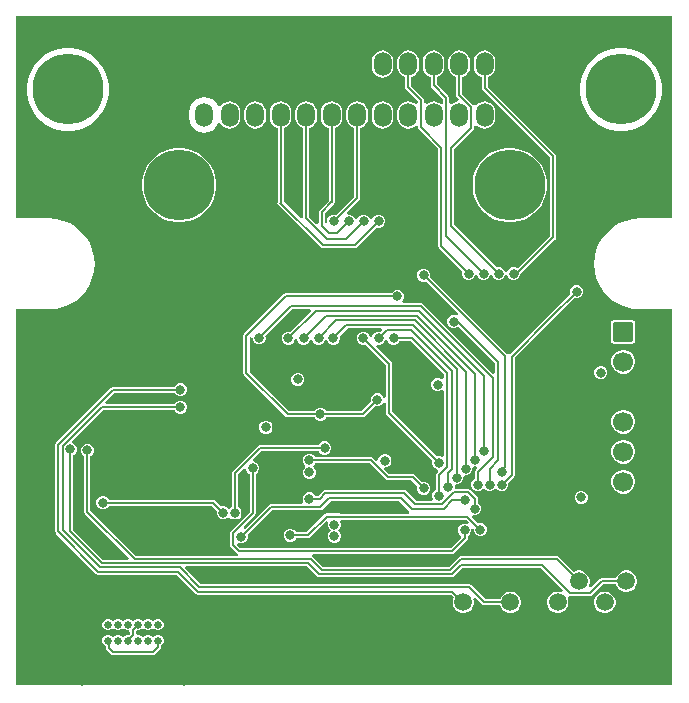
<source format=gbl>
G04*
G04 #@! TF.GenerationSoftware,Altium Limited,Altium Designer,25.8.1 (18)*
G04*
G04 Layer_Physical_Order=4*
G04 Layer_Color=16711680*
%FSLAX44Y44*%
%MOMM*%
G71*
G04*
G04 #@! TF.SameCoordinates,23F0502B-7B20-4CC9-97BB-DA64BA6573D7*
G04*
G04*
G04 #@! TF.FilePolarity,Positive*
G04*
G01*
G75*
%ADD11C,0.2000*%
%ADD53C,0.6500*%
%ADD54C,1.5000*%
G04:AMPARAMS|DCode=55|XSize=0.9mm|YSize=2.4mm|CornerRadius=0.45mm|HoleSize=0mm|Usage=FLASHONLY|Rotation=0.000|XOffset=0mm|YOffset=0mm|HoleType=Round|Shape=RoundedRectangle|*
%AMROUNDEDRECTD55*
21,1,0.9000,1.5000,0,0,0.0*
21,1,0.0000,2.4000,0,0,0.0*
1,1,0.9000,0.0000,-0.7500*
1,1,0.9000,0.0000,-0.7500*
1,1,0.9000,0.0000,0.7500*
1,1,0.9000,0.0000,0.7500*
%
%ADD55ROUNDEDRECTD55*%
G04:AMPARAMS|DCode=56|XSize=0.9mm|YSize=1.7mm|CornerRadius=0.45mm|HoleSize=0mm|Usage=FLASHONLY|Rotation=0.000|XOffset=0mm|YOffset=0mm|HoleType=Round|Shape=RoundedRectangle|*
%AMROUNDEDRECTD56*
21,1,0.9000,0.8000,0,0,0.0*
21,1,0.0000,1.7000,0,0,0.0*
1,1,0.9000,0.0000,-0.4000*
1,1,0.9000,0.0000,-0.4000*
1,1,0.9000,0.0000,0.4000*
1,1,0.9000,0.0000,0.4000*
%
%ADD56ROUNDEDRECTD56*%
%ADD57O,1.5000X2.0000*%
%ADD58C,6.0000*%
G04:AMPARAMS|DCode=59|XSize=1.7mm|YSize=1.7mm|CornerRadius=0.05mm|HoleSize=0mm|Usage=FLASHONLY|Rotation=270.000|XOffset=0mm|YOffset=0mm|HoleType=Round|Shape=RoundedRectangle|*
%AMROUNDEDRECTD59*
21,1,1.7000,1.6000,0,0,270.0*
21,1,1.6000,1.7000,0,0,270.0*
1,1,0.1000,-0.8000,-0.8000*
1,1,0.1000,-0.8000,0.8000*
1,1,0.1000,0.8000,0.8000*
1,1,0.1000,0.8000,-0.8000*
%
%ADD59ROUNDEDRECTD59*%
%ADD60C,1.7000*%
%ADD61C,0.8000*%
G36*
X560747Y400153D02*
X533050D01*
Y400169D01*
X527024Y399695D01*
X521147Y398284D01*
X515563Y395970D01*
X510409Y392812D01*
X505813Y388887D01*
X501888Y384291D01*
X498730Y379137D01*
X496417Y373553D01*
X495005Y367676D01*
X494531Y361650D01*
X495005Y355624D01*
X496417Y349747D01*
X498730Y344163D01*
X501888Y339009D01*
X505813Y334413D01*
X510409Y330488D01*
X515563Y327330D01*
X521147Y325017D01*
X527024Y323605D01*
X533050Y323131D01*
Y323147D01*
X560747D01*
Y5353D01*
X5353D01*
Y323147D01*
X33050D01*
Y323131D01*
X39076Y323605D01*
X44953Y325017D01*
X50537Y327330D01*
X55691Y330488D01*
X60287Y334413D01*
X64212Y339009D01*
X67370Y344163D01*
X69683Y349747D01*
X71094Y355624D01*
X71569Y361650D01*
X71094Y367676D01*
X69683Y373553D01*
X67370Y379137D01*
X64212Y384291D01*
X60287Y388887D01*
X55691Y392812D01*
X50537Y395970D01*
X44953Y398284D01*
X39076Y399695D01*
X33050Y400169D01*
Y400153D01*
X5353D01*
Y571247D01*
X560747D01*
Y400153D01*
D02*
G37*
%LPC*%
G36*
X315444Y542310D02*
X313090Y542000D01*
X310895Y541091D01*
X309011Y539645D01*
X307565Y537761D01*
X306656Y535567D01*
X306346Y533212D01*
Y528212D01*
X306656Y525858D01*
X307565Y523663D01*
X309011Y521779D01*
X310895Y520333D01*
X313090Y519424D01*
X315444Y519114D01*
X317799Y519424D01*
X319993Y520333D01*
X321878Y521779D01*
X323323Y523663D01*
X324232Y525858D01*
X324542Y528212D01*
Y533212D01*
X324232Y535567D01*
X323323Y537761D01*
X321878Y539645D01*
X319993Y541091D01*
X317799Y542000D01*
X315444Y542310D01*
D02*
G37*
G36*
X401804D02*
X399450Y542000D01*
X397255Y541091D01*
X395371Y539645D01*
X393925Y537761D01*
X393017Y535567D01*
X392706Y533212D01*
Y528212D01*
X393017Y525858D01*
X393925Y523663D01*
X395371Y521779D01*
X397255Y520333D01*
X399235Y519513D01*
Y510696D01*
X399431Y509712D01*
X399987Y508879D01*
X457181Y451686D01*
Y385170D01*
X429790Y357780D01*
X429553Y358018D01*
X427524Y358858D01*
X425328D01*
X423299Y358018D01*
X421746Y356465D01*
X421094Y354889D01*
X419058D01*
X418406Y356465D01*
X416853Y358018D01*
X414824Y358858D01*
X412628D01*
X412071Y358627D01*
X376069Y394628D01*
Y458686D01*
X392347Y474963D01*
X392904Y475797D01*
X393099Y476780D01*
X393099Y476780D01*
Y478528D01*
X395099Y479207D01*
X395371Y478853D01*
X397255Y477407D01*
X399450Y476498D01*
X401804Y476188D01*
X404159Y476498D01*
X406353Y477407D01*
X408237Y478853D01*
X409683Y480737D01*
X410592Y482932D01*
X410902Y485286D01*
Y490286D01*
X410592Y492641D01*
X409683Y494835D01*
X408237Y496719D01*
X406353Y498165D01*
X404159Y499074D01*
X401804Y499384D01*
X399450Y499074D01*
X397255Y498165D01*
X395371Y496719D01*
X394670Y495806D01*
X394627Y495789D01*
X392347Y495958D01*
X382784Y505521D01*
Y519513D01*
X384763Y520333D01*
X386647Y521779D01*
X388093Y523663D01*
X389002Y525858D01*
X389312Y528212D01*
Y533212D01*
X389002Y535567D01*
X388093Y537761D01*
X386647Y539645D01*
X384763Y541091D01*
X382569Y542000D01*
X380214Y542310D01*
X377860Y542000D01*
X375665Y541091D01*
X373781Y539645D01*
X372335Y537761D01*
X371427Y535567D01*
X371116Y533212D01*
Y528212D01*
X371427Y525858D01*
X372335Y523663D01*
X373781Y521779D01*
X375665Y520333D01*
X377645Y519513D01*
Y504457D01*
X377840Y503473D01*
X378397Y502640D01*
X379703Y501334D01*
X378987Y499222D01*
X377860Y499074D01*
X375665Y498165D01*
X373919Y496825D01*
X373311Y496936D01*
X371919Y497578D01*
Y501900D01*
X371724Y502883D01*
X371167Y503717D01*
X361194Y513690D01*
Y519513D01*
X363173Y520333D01*
X365057Y521779D01*
X366503Y523663D01*
X367412Y525858D01*
X367722Y528212D01*
Y533212D01*
X367412Y535567D01*
X366503Y537761D01*
X365057Y539645D01*
X363173Y541091D01*
X360979Y542000D01*
X358624Y542310D01*
X356270Y542000D01*
X354075Y541091D01*
X352191Y539645D01*
X350745Y537761D01*
X349837Y535567D01*
X349526Y533212D01*
Y528212D01*
X349837Y525858D01*
X350745Y523663D01*
X352191Y521779D01*
X354075Y520333D01*
X356055Y519513D01*
Y512626D01*
X356250Y511642D01*
X356808Y510809D01*
X366781Y500836D01*
Y497759D01*
X365852Y497199D01*
X364781Y496932D01*
X363173Y498165D01*
X360979Y499074D01*
X358624Y499384D01*
X356270Y499074D01*
X354075Y498165D01*
X352592Y497027D01*
X351215Y497453D01*
X350592Y497921D01*
Y500477D01*
X350397Y501460D01*
X349840Y502294D01*
X339604Y512530D01*
Y519513D01*
X341583Y520333D01*
X343467Y521779D01*
X344913Y523663D01*
X345822Y525858D01*
X346132Y528212D01*
Y533212D01*
X345822Y535567D01*
X344913Y537761D01*
X343467Y539645D01*
X341583Y541091D01*
X339389Y542000D01*
X337034Y542310D01*
X334680Y542000D01*
X332485Y541091D01*
X330601Y539645D01*
X329155Y537761D01*
X328246Y535567D01*
X327937Y533212D01*
Y528212D01*
X328246Y525858D01*
X329155Y523663D01*
X330601Y521779D01*
X332485Y520333D01*
X334465Y519513D01*
Y511466D01*
X334660Y510482D01*
X335218Y509649D01*
X345454Y499413D01*
Y497416D01*
X343467Y496719D01*
X341583Y498165D01*
X339389Y499074D01*
X337034Y499384D01*
X334680Y499074D01*
X332485Y498165D01*
X330601Y496719D01*
X329155Y494835D01*
X328246Y492641D01*
X327937Y490286D01*
Y485286D01*
X328246Y482932D01*
X329155Y480737D01*
X330601Y478853D01*
X332485Y477407D01*
X334680Y476498D01*
X337034Y476188D01*
X339389Y476498D01*
X341583Y477407D01*
X343467Y478853D01*
X345454Y478156D01*
Y477227D01*
X345649Y476244D01*
X346206Y475410D01*
X362562Y459054D01*
Y376978D01*
X362488Y376607D01*
X362684Y375623D01*
X362727Y375559D01*
X362757Y375405D01*
X363315Y374571D01*
X363751Y374280D01*
X383037Y354993D01*
X382806Y354436D01*
Y352240D01*
X383646Y350211D01*
X385199Y348658D01*
X387228Y347818D01*
X389424D01*
X391453Y348658D01*
X393006Y350211D01*
X393658Y351787D01*
X395694Y351787D01*
X396346Y350211D01*
X397899Y348658D01*
X399928Y347818D01*
X402124D01*
X404153Y348658D01*
X405706Y350211D01*
X406358Y351787D01*
X408394Y351787D01*
X409046Y350211D01*
X410599Y348658D01*
X412628Y347818D01*
X414824D01*
X416853Y348658D01*
X418406Y350211D01*
X419058Y351787D01*
X421094D01*
X421746Y350211D01*
X423299Y348658D01*
X425328Y347818D01*
X427524D01*
X429553Y348658D01*
X431106Y350211D01*
X431946Y352240D01*
Y352669D01*
X431947Y352669D01*
X461344Y382066D01*
X461567Y382215D01*
X462124Y383049D01*
X462319Y384032D01*
Y452750D01*
X462124Y453733D01*
X461567Y454567D01*
X404374Y511760D01*
Y519513D01*
X406353Y520333D01*
X408237Y521779D01*
X409683Y523663D01*
X410592Y525858D01*
X410902Y528212D01*
Y533212D01*
X410592Y535567D01*
X409683Y537761D01*
X408237Y539645D01*
X406353Y541091D01*
X404159Y542000D01*
X401804Y542310D01*
D02*
G37*
G36*
X315444Y499384D02*
X313090Y499074D01*
X310895Y498165D01*
X309011Y496719D01*
X307565Y494835D01*
X306656Y492641D01*
X306346Y490286D01*
Y485286D01*
X306656Y482932D01*
X307565Y480737D01*
X309011Y478853D01*
X310895Y477407D01*
X313090Y476498D01*
X315444Y476188D01*
X317799Y476498D01*
X319993Y477407D01*
X321878Y478853D01*
X323323Y480737D01*
X324232Y482932D01*
X324542Y485286D01*
Y490286D01*
X324232Y492641D01*
X323323Y494835D01*
X321878Y496719D01*
X319993Y498165D01*
X317799Y499074D01*
X315444Y499384D01*
D02*
G37*
G36*
X207494D02*
X205140Y499074D01*
X202945Y498165D01*
X201061Y496719D01*
X199615Y494835D01*
X198706Y492641D01*
X198396Y490286D01*
Y485286D01*
X198706Y482932D01*
X199615Y480737D01*
X201061Y478853D01*
X202945Y477407D01*
X205140Y476498D01*
X207494Y476188D01*
X209849Y476498D01*
X212043Y477407D01*
X213927Y478853D01*
X215373Y480737D01*
X216282Y482932D01*
X216592Y485286D01*
Y490286D01*
X216282Y492641D01*
X215373Y494835D01*
X213927Y496719D01*
X212043Y498165D01*
X209849Y499074D01*
X207494Y499384D01*
D02*
G37*
G36*
X164314Y502894D02*
X161051Y502464D01*
X158010Y501205D01*
X155399Y499201D01*
X153396Y496590D01*
X152136Y493549D01*
X151706Y490286D01*
Y485286D01*
X152136Y482023D01*
X153396Y478982D01*
X155399Y476371D01*
X158010Y474367D01*
X161051Y473108D01*
X164314Y472678D01*
X167577Y473108D01*
X170618Y474367D01*
X173229Y476371D01*
X175233Y478982D01*
X175910Y480617D01*
X177667Y480717D01*
X178090Y480653D01*
X179471Y478853D01*
X181355Y477407D01*
X183550Y476498D01*
X185904Y476188D01*
X188259Y476498D01*
X190453Y477407D01*
X192337Y478853D01*
X193783Y480737D01*
X194692Y482932D01*
X195002Y485286D01*
Y490286D01*
X194692Y492641D01*
X193783Y494835D01*
X192337Y496719D01*
X190453Y498165D01*
X188259Y499074D01*
X185904Y499384D01*
X183550Y499074D01*
X181355Y498165D01*
X179471Y496719D01*
X178090Y494919D01*
X177667Y494855D01*
X175910Y494955D01*
X175233Y496590D01*
X173229Y499201D01*
X170618Y501205D01*
X167577Y502464D01*
X164314Y502894D01*
D02*
G37*
G36*
X519875Y544249D02*
X514366D01*
X508924Y543387D01*
X503685Y541685D01*
X498776Y539184D01*
X494319Y535946D01*
X490424Y532050D01*
X487186Y527593D01*
X484685Y522685D01*
X482982Y517445D01*
X482120Y512004D01*
Y506495D01*
X482982Y501053D01*
X484685Y495814D01*
X487186Y490905D01*
X490424Y486448D01*
X494319Y482553D01*
X498776Y479314D01*
X503685Y476813D01*
X508924Y475111D01*
X514366Y474249D01*
X519875D01*
X525316Y475111D01*
X530556Y476813D01*
X535464Y479314D01*
X539921Y482553D01*
X543817Y486448D01*
X547055Y490905D01*
X549556Y495814D01*
X551259Y501053D01*
X552120Y506495D01*
Y512004D01*
X551259Y517445D01*
X549556Y522685D01*
X547055Y527593D01*
X543817Y532050D01*
X539921Y535946D01*
X535464Y539184D01*
X530556Y541685D01*
X525316Y543387D01*
X519875Y544249D01*
D02*
G37*
G36*
X51753D02*
X46244D01*
X40802Y543387D01*
X35563Y541685D01*
X30654Y539184D01*
X26197Y535946D01*
X22302Y532050D01*
X19064Y527593D01*
X16563Y522685D01*
X14860Y517445D01*
X13998Y512004D01*
Y506495D01*
X14860Y501053D01*
X16563Y495814D01*
X19064Y490905D01*
X22302Y486448D01*
X26197Y482553D01*
X30654Y479314D01*
X35563Y476813D01*
X40802Y475111D01*
X46244Y474249D01*
X51753D01*
X57194Y475111D01*
X62434Y476813D01*
X67342Y479314D01*
X71799Y482553D01*
X75695Y486448D01*
X78933Y490905D01*
X81434Y495814D01*
X83137Y501053D01*
X83998Y506495D01*
Y512004D01*
X83137Y517445D01*
X81434Y522685D01*
X78933Y527593D01*
X75695Y532050D01*
X71799Y535946D01*
X67342Y539184D01*
X62434Y541685D01*
X57194Y543387D01*
X51753Y544249D01*
D02*
G37*
G36*
X293854Y499384D02*
X291500Y499074D01*
X289305Y498165D01*
X287421Y496719D01*
X285975Y494835D01*
X285067Y492641D01*
X284757Y490286D01*
Y485286D01*
X285067Y482932D01*
X285975Y480737D01*
X287421Y478853D01*
X289305Y477407D01*
X291216Y476616D01*
Y418611D01*
X275681Y403077D01*
X275124Y403308D01*
X272928D01*
X270899Y402468D01*
X269346Y400915D01*
X268506Y398886D01*
Y396752D01*
X268277Y396516D01*
X266858Y395443D01*
X266475Y395695D01*
Y404467D01*
X273789Y411781D01*
X274012Y411930D01*
X274569Y412763D01*
X274764Y413747D01*
Y476559D01*
X276813Y477407D01*
X278697Y478853D01*
X280143Y480737D01*
X281052Y482932D01*
X281362Y485286D01*
Y490286D01*
X281052Y492641D01*
X280143Y494835D01*
X278697Y496719D01*
X276813Y498165D01*
X274619Y499074D01*
X272264Y499384D01*
X269910Y499074D01*
X267715Y498165D01*
X265831Y496719D01*
X264385Y494835D01*
X263477Y492641D01*
X263167Y490286D01*
Y485286D01*
X263477Y482932D01*
X264385Y480737D01*
X265831Y478853D01*
X267715Y477407D01*
X269626Y476616D01*
Y414885D01*
X262089Y407349D01*
X261532Y406515D01*
X261337Y405532D01*
Y395979D01*
X259337Y395151D01*
X253174Y401313D01*
Y476559D01*
X255223Y477407D01*
X257108Y478853D01*
X258553Y480737D01*
X259462Y482932D01*
X259772Y485286D01*
Y490286D01*
X259462Y492641D01*
X258553Y494835D01*
X257108Y496719D01*
X255223Y498165D01*
X253029Y499074D01*
X250674Y499384D01*
X248320Y499074D01*
X246125Y498165D01*
X244241Y496719D01*
X242795Y494835D01*
X241887Y492641D01*
X241576Y490286D01*
Y485286D01*
X241887Y482932D01*
X242795Y480737D01*
X244241Y478853D01*
X246125Y477407D01*
X248036Y476616D01*
Y400834D01*
X247712Y400553D01*
X246770Y400139D01*
X246018Y400023D01*
X231584Y414457D01*
Y476559D01*
X233633Y477407D01*
X235518Y478853D01*
X236963Y480737D01*
X237872Y482932D01*
X238182Y485286D01*
Y490286D01*
X237872Y492641D01*
X236963Y494835D01*
X235518Y496719D01*
X233633Y498165D01*
X231439Y499074D01*
X229084Y499384D01*
X226730Y499074D01*
X224535Y498165D01*
X222651Y496719D01*
X221205Y494835D01*
X220296Y492641D01*
X219986Y490286D01*
Y485286D01*
X220296Y482932D01*
X221205Y480737D01*
X222651Y478853D01*
X224535Y477407D01*
X226446Y476616D01*
Y413839D01*
X226372Y413467D01*
X226567Y412484D01*
X227124Y411650D01*
X263285Y375490D01*
X264118Y374933D01*
X265102Y374737D01*
X291644D01*
X292628Y374933D01*
X293461Y375490D01*
X310471Y392499D01*
X311028Y392268D01*
X313224D01*
X315253Y393108D01*
X316806Y394661D01*
X317646Y396690D01*
Y398886D01*
X316806Y400915D01*
X315253Y402468D01*
X313224Y403308D01*
X311028D01*
X308999Y402468D01*
X307446Y400915D01*
X306794Y399339D01*
X304758D01*
X304106Y400915D01*
X302553Y402468D01*
X300524Y403308D01*
X298328D01*
X296299Y402468D01*
X294746Y400915D01*
X294094Y399339D01*
X292058D01*
X291406Y400915D01*
X289853Y402468D01*
X287824Y403308D01*
X286008D01*
X285281Y404377D01*
X285028Y405156D01*
X295379Y415507D01*
X295602Y415656D01*
X296159Y416490D01*
X296354Y417473D01*
Y476559D01*
X298403Y477407D01*
X300287Y478853D01*
X301733Y480737D01*
X302642Y482932D01*
X302952Y485286D01*
Y490286D01*
X302642Y492641D01*
X301733Y494835D01*
X300287Y496719D01*
X298403Y498165D01*
X296209Y499074D01*
X293854Y499384D01*
D02*
G37*
G36*
X425531Y459820D02*
X420569D01*
X415669Y459044D01*
X410951Y457511D01*
X406530Y455258D01*
X402516Y452342D01*
X399008Y448834D01*
X396092Y444820D01*
X393839Y440400D01*
X392306Y435681D01*
X391530Y430781D01*
Y425819D01*
X392306Y420919D01*
X393839Y416200D01*
X396092Y411780D01*
X399008Y407766D01*
X402516Y404258D01*
X406530Y401342D01*
X410951Y399089D01*
X415669Y397556D01*
X420569Y396780D01*
X425531D01*
X430431Y397556D01*
X435149Y399089D01*
X439570Y401342D01*
X443584Y404258D01*
X447092Y407766D01*
X450008Y411780D01*
X452261Y416200D01*
X453794Y420919D01*
X454570Y425819D01*
Y430781D01*
X453794Y435681D01*
X452261Y440400D01*
X450008Y444820D01*
X447092Y448834D01*
X443584Y452342D01*
X439570Y455258D01*
X435149Y457511D01*
X430431Y459044D01*
X425531Y459820D01*
D02*
G37*
G36*
X145531D02*
X140569D01*
X135669Y459044D01*
X130950Y457511D01*
X126530Y455258D01*
X122516Y452342D01*
X119008Y448834D01*
X116092Y444820D01*
X113839Y440400D01*
X112306Y435681D01*
X111530Y430781D01*
Y425819D01*
X112306Y420919D01*
X113839Y416200D01*
X116092Y411780D01*
X119008Y407766D01*
X122516Y404258D01*
X126530Y401342D01*
X130950Y399089D01*
X135669Y397556D01*
X140569Y396780D01*
X145531D01*
X150431Y397556D01*
X155149Y399089D01*
X159570Y401342D01*
X163584Y404258D01*
X167092Y407766D01*
X170008Y411780D01*
X172261Y416200D01*
X173794Y420919D01*
X174570Y425819D01*
Y430781D01*
X173794Y435681D01*
X172261Y440400D01*
X170008Y444820D01*
X167092Y448834D01*
X163584Y452342D01*
X159570Y455258D01*
X155149Y457511D01*
X150431Y459044D01*
X145531Y459820D01*
D02*
G37*
G36*
X351324Y357588D02*
X349128D01*
X347099Y356748D01*
X345546Y355195D01*
X344706Y353166D01*
Y350970D01*
X345546Y348941D01*
X347099Y347388D01*
X349128Y346548D01*
X351324D01*
X351881Y346779D01*
X379376Y319284D01*
X378243Y317589D01*
X376724Y318218D01*
X374528D01*
X372499Y317378D01*
X370946Y315825D01*
X370106Y313796D01*
Y311600D01*
X370946Y309571D01*
X372499Y308018D01*
X374528Y307178D01*
X376724D01*
X378753Y308018D01*
X379618Y308883D01*
X410684Y277817D01*
Y268990D01*
X408684Y268162D01*
X349330Y327515D01*
X348497Y328072D01*
X347513Y328267D01*
X332610D01*
X331782Y330267D01*
X332586Y331071D01*
X333426Y333100D01*
Y335296D01*
X332586Y337325D01*
X331033Y338878D01*
X329004Y339718D01*
X326808D01*
X324779Y338878D01*
X323226Y337325D01*
X322995Y336767D01*
X233406D01*
X232423Y336572D01*
X231589Y336015D01*
X198339Y302765D01*
X197782Y301931D01*
X197587Y300948D01*
Y269198D01*
X197782Y268215D01*
X198339Y267381D01*
X233089Y232631D01*
X233923Y232074D01*
X234906Y231879D01*
X257745D01*
X257976Y231321D01*
X259529Y229768D01*
X261558Y228928D01*
X263754D01*
X265783Y229768D01*
X267336Y231321D01*
X267567Y231879D01*
X298406D01*
X299389Y232074D01*
X300223Y232631D01*
X308897Y241305D01*
X309808Y240928D01*
X312004D01*
X314033Y241768D01*
X315586Y243321D01*
X316087Y244531D01*
X318087Y244133D01*
Y235588D01*
X318282Y234605D01*
X318839Y233771D01*
X357637Y194973D01*
X357406Y194416D01*
Y192220D01*
X358246Y190191D01*
X359799Y188638D01*
X361530Y187922D01*
X362043Y186741D01*
X362234Y185798D01*
X361109Y184673D01*
X360552Y183839D01*
X360357Y182856D01*
Y170289D01*
X359799Y170058D01*
X358246Y168505D01*
X357406Y166476D01*
Y164280D01*
X357958Y162947D01*
X356937Y160947D01*
X343927D01*
X335687Y169187D01*
X334853Y169744D01*
X333870Y169940D01*
X266980D01*
X266980Y169940D01*
X265996Y169744D01*
X265163Y169187D01*
X261243Y165267D01*
X258292D01*
X258061Y165825D01*
X256508Y167378D01*
X254480Y168218D01*
X252283D01*
X250255Y167378D01*
X248702Y165825D01*
X247861Y163796D01*
Y161600D01*
X248414Y160267D01*
X247393Y158267D01*
X220993D01*
X220010Y158072D01*
X219176Y157515D01*
X198730Y137069D01*
X198237Y137029D01*
X197899Y137430D01*
X197654Y139275D01*
X207223Y148843D01*
X207780Y149677D01*
X207975Y150660D01*
Y183787D01*
X208533Y184018D01*
X210086Y185571D01*
X210926Y187600D01*
Y189796D01*
X210086Y191825D01*
X208533Y193378D01*
X206504Y194218D01*
X205881Y196218D01*
X212792Y203129D01*
X261495D01*
X261726Y202571D01*
X263279Y201018D01*
X265308Y200178D01*
X267504D01*
X269533Y201018D01*
X271086Y202571D01*
X271926Y204600D01*
Y206796D01*
X271086Y208825D01*
X269533Y210378D01*
X267504Y211218D01*
X265308D01*
X263279Y210378D01*
X261726Y208825D01*
X261495Y208267D01*
X211728D01*
X210744Y208072D01*
X209911Y207515D01*
X188589Y186193D01*
X188032Y185360D01*
X187837Y184377D01*
Y155609D01*
X187279Y155378D01*
X186838Y154936D01*
X185268Y154164D01*
X184224Y154936D01*
X183533Y155628D01*
X181504Y156468D01*
X179308D01*
X178751Y156237D01*
X173723Y161265D01*
X172889Y161822D01*
X171906Y162017D01*
X83567D01*
X83336Y162575D01*
X81783Y164128D01*
X79754Y164968D01*
X77558D01*
X75529Y164128D01*
X73976Y162575D01*
X73136Y160546D01*
Y158350D01*
X73976Y156321D01*
X75529Y154768D01*
X77558Y153928D01*
X79754D01*
X81783Y154768D01*
X83336Y156321D01*
X83567Y156879D01*
X170842D01*
X175117Y152604D01*
X174886Y152046D01*
Y149850D01*
X175726Y147821D01*
X177279Y146268D01*
X179308Y145428D01*
X181504D01*
X183533Y146268D01*
X183974Y146710D01*
X185544Y147482D01*
X186588Y146710D01*
X187279Y146018D01*
X189308Y145178D01*
X191504D01*
X193533Y146018D01*
X195086Y147571D01*
X195926Y149600D01*
Y151796D01*
X195086Y153825D01*
X193533Y155378D01*
X192975Y155609D01*
Y183312D01*
X197886Y188223D01*
X199886Y187600D01*
X200726Y185571D01*
X202279Y184018D01*
X202837Y183787D01*
Y151724D01*
X186926Y135814D01*
X186369Y134980D01*
X186174Y133997D01*
Y123606D01*
X186369Y122623D01*
X186926Y121790D01*
X192085Y116631D01*
X192659Y116247D01*
X192645Y115230D01*
X192326Y114247D01*
X106598D01*
X67975Y152870D01*
Y198787D01*
X68533Y199018D01*
X70086Y200571D01*
X70926Y202600D01*
Y204796D01*
X70086Y206825D01*
X68533Y208378D01*
X66504Y209218D01*
X64308D01*
X62279Y208378D01*
X60726Y206825D01*
X59886Y204796D01*
Y202600D01*
X60726Y200571D01*
X62279Y199018D01*
X62837Y198787D01*
Y151806D01*
X63032Y150822D01*
X63589Y149989D01*
X101003Y112575D01*
X100238Y110727D01*
X78836D01*
X53475Y136087D01*
Y199537D01*
X54033Y199768D01*
X55586Y201321D01*
X56426Y203350D01*
Y205546D01*
X55586Y207575D01*
X54033Y209128D01*
X53180Y209481D01*
X52687Y211816D01*
X78584Y237713D01*
X139265D01*
X139496Y237155D01*
X141049Y235602D01*
X143078Y234762D01*
X145274D01*
X147303Y235602D01*
X148856Y237155D01*
X149696Y239184D01*
Y241380D01*
X148856Y243409D01*
X147303Y244962D01*
X145274Y245802D01*
X143078D01*
X141049Y244962D01*
X139496Y243409D01*
X139265Y242852D01*
X81358D01*
X80592Y244699D01*
X88356Y252463D01*
X139265D01*
X139496Y251905D01*
X141049Y250352D01*
X143078Y249512D01*
X145274D01*
X147303Y250352D01*
X148856Y251905D01*
X149696Y253934D01*
Y256130D01*
X148856Y258159D01*
X147303Y259712D01*
X145274Y260552D01*
X143078D01*
X141049Y259712D01*
X139496Y258159D01*
X139265Y257602D01*
X87291D01*
X86308Y257406D01*
X85475Y256849D01*
X39049Y210424D01*
X38492Y209590D01*
X38297Y208607D01*
Y135107D01*
X38492Y134124D01*
X39049Y133290D01*
X73038Y99301D01*
X73872Y98744D01*
X74855Y98549D01*
X141026D01*
X157218Y82357D01*
X158052Y81799D01*
X159035Y81604D01*
X373470D01*
X375723Y79351D01*
X375251Y78534D01*
X374636Y76239D01*
Y73864D01*
X375251Y71570D01*
X376438Y69514D01*
X378117Y67834D01*
X380174Y66647D01*
X382468Y66032D01*
X384843D01*
X387137Y66647D01*
X389194Y67834D01*
X390874Y69514D01*
X392061Y71570D01*
X392676Y73864D01*
Y76239D01*
X392203Y78003D01*
X393996Y79038D01*
X399799Y73235D01*
X400633Y72678D01*
X401616Y72483D01*
X415006D01*
X415251Y71570D01*
X416438Y69514D01*
X418117Y67834D01*
X420174Y66647D01*
X422468Y66032D01*
X424843D01*
X427137Y66647D01*
X429194Y67834D01*
X430874Y69514D01*
X432061Y71570D01*
X432676Y73864D01*
Y76239D01*
X432061Y78534D01*
X430874Y80590D01*
X429194Y82270D01*
X427137Y83457D01*
X424843Y84072D01*
X422468D01*
X420174Y83457D01*
X418117Y82270D01*
X416438Y80590D01*
X415251Y78534D01*
X415006Y77621D01*
X402681D01*
X390307Y89995D01*
X389473Y90552D01*
X388490Y90747D01*
X161073D01*
X148079Y103741D01*
X148844Y105589D01*
X251103D01*
X259670Y97021D01*
X259670Y97021D01*
X260504Y96464D01*
X261487Y96269D01*
X261487Y96269D01*
X373871D01*
X374855Y96464D01*
X375688Y97021D01*
X382841Y104174D01*
X448900D01*
X467786Y85289D01*
X466661Y83585D01*
X464843Y84072D01*
X462468D01*
X460174Y83457D01*
X458117Y82270D01*
X456438Y80590D01*
X455251Y78534D01*
X454636Y76239D01*
Y73864D01*
X455251Y71570D01*
X456438Y69514D01*
X458117Y67834D01*
X460174Y66647D01*
X462468Y66032D01*
X464843D01*
X467137Y66647D01*
X469194Y67834D01*
X470874Y69514D01*
X472061Y71570D01*
X472676Y73864D01*
Y76239D01*
X472061Y78534D01*
X471843Y78912D01*
X472070Y79348D01*
X473223Y80521D01*
X473716Y80423D01*
X490877D01*
X491860Y80619D01*
X492694Y81176D01*
X501961Y90443D01*
X512967D01*
X513211Y89531D01*
X514398Y87474D01*
X516078Y85795D01*
X518135Y84607D01*
X520429Y83992D01*
X522804D01*
X525098Y84607D01*
X527155Y85795D01*
X528834Y87474D01*
X530022Y89531D01*
X530636Y91825D01*
Y94200D01*
X530022Y96494D01*
X528834Y98551D01*
X527155Y100230D01*
X525098Y101418D01*
X522804Y102032D01*
X520429D01*
X518135Y101418D01*
X516078Y100230D01*
X514398Y98551D01*
X513211Y96494D01*
X512967Y95582D01*
X500897D01*
X499914Y95386D01*
X499080Y94829D01*
X491270Y87019D01*
X490894Y87043D01*
X489827Y89034D01*
X489855Y89242D01*
X490022Y89531D01*
X490636Y91825D01*
Y94200D01*
X490022Y96494D01*
X488834Y98551D01*
X487155Y100230D01*
X485098Y101418D01*
X482804Y102032D01*
X480429D01*
X478135Y101418D01*
X477317Y100946D01*
X464755Y113507D01*
X463922Y114064D01*
X462938Y114260D01*
X381609D01*
X380626Y114064D01*
X379792Y113507D01*
X371213Y104927D01*
X264914D01*
X256347Y113495D01*
X255773Y113879D01*
X255787Y114896D01*
X256105Y115879D01*
X374050D01*
X375033Y116074D01*
X375867Y116631D01*
X386723Y127487D01*
X387280Y128321D01*
X387475Y129304D01*
Y131287D01*
X388033Y131518D01*
X389586Y133071D01*
X390426Y135100D01*
Y137154D01*
X390836Y137518D01*
X392194Y138253D01*
X392654Y137839D01*
X392636Y137796D01*
Y135600D01*
X393476Y133571D01*
X395029Y132018D01*
X397058Y131178D01*
X399254D01*
X401283Y132018D01*
X402836Y133571D01*
X403676Y135600D01*
Y137796D01*
X402836Y139825D01*
X401283Y141378D01*
X399254Y142218D01*
X397058D01*
X396501Y141987D01*
X391312Y147176D01*
X392180Y148702D01*
X392388Y148928D01*
X394504D01*
X396533Y149768D01*
X398086Y151321D01*
X398926Y153350D01*
Y155546D01*
X398086Y157575D01*
X396533Y159128D01*
X395975Y159359D01*
Y162847D01*
X395780Y163831D01*
X395223Y164664D01*
X389622Y170265D01*
X388789Y170822D01*
X387805Y171017D01*
X377865D01*
X376768Y171556D01*
X376289Y173737D01*
X376703Y174461D01*
X377816Y175098D01*
X379264D01*
X381293Y175938D01*
X382846Y177491D01*
X383686Y179520D01*
Y180968D01*
X384323Y182081D01*
X385436Y182718D01*
X386884D01*
X388913Y183558D01*
X390466Y185111D01*
X391306Y187140D01*
Y188588D01*
X391943Y189701D01*
X393056Y190338D01*
X394504D01*
X394532Y190350D01*
X395665Y188654D01*
X394339Y187328D01*
X393782Y186495D01*
X393587Y185512D01*
Y179609D01*
X393029Y179378D01*
X391476Y177825D01*
X390636Y175796D01*
Y173600D01*
X391476Y171571D01*
X393029Y170018D01*
X395058Y169178D01*
X397254D01*
X399283Y170018D01*
X399850Y170585D01*
X401156Y171377D01*
X402463Y170585D01*
X403029Y170018D01*
X405058Y169178D01*
X407254D01*
X409283Y170018D01*
X409975Y170710D01*
X411281Y171352D01*
X412588Y170710D01*
X413279Y170018D01*
X415308Y169178D01*
X417504D01*
X419533Y170018D01*
X421086Y171571D01*
X421926Y173600D01*
Y175796D01*
X421695Y176353D01*
X426473Y181131D01*
X427030Y181965D01*
X427225Y182948D01*
Y281924D01*
X460048Y314746D01*
X460048Y314746D01*
X478111Y332809D01*
X478668Y332578D01*
X480864D01*
X482893Y333418D01*
X484446Y334971D01*
X485286Y337000D01*
Y339196D01*
X484446Y341225D01*
X482893Y342778D01*
X480864Y343618D01*
X478668D01*
X476639Y342778D01*
X475086Y341225D01*
X474246Y339196D01*
Y337000D01*
X474477Y336443D01*
X456414Y318380D01*
X456414Y318380D01*
X423063Y285029D01*
X422992Y285002D01*
X421947Y284973D01*
X420723Y285205D01*
X355515Y350413D01*
X355746Y350970D01*
Y353166D01*
X354906Y355195D01*
X353353Y356748D01*
X351324Y357588D01*
D02*
G37*
G36*
X527000Y314260D02*
X511000D01*
X510212Y314103D01*
X509544Y313656D01*
X509097Y312988D01*
X508941Y312200D01*
Y296200D01*
X509097Y295412D01*
X509544Y294744D01*
X510212Y294297D01*
X511000Y294140D01*
X527000D01*
X527788Y294297D01*
X528456Y294744D01*
X528903Y295412D01*
X529060Y296200D01*
Y312200D01*
X528903Y312988D01*
X528456Y313656D01*
X527788Y314103D01*
X527000Y314260D01*
D02*
G37*
G36*
X520319Y288820D02*
X517681D01*
X515132Y288137D01*
X512848Y286818D01*
X510982Y284952D01*
X509663Y282668D01*
X508980Y280119D01*
Y277481D01*
X509663Y274932D01*
X510982Y272648D01*
X512848Y270782D01*
X515132Y269463D01*
X517681Y268780D01*
X520319D01*
X522868Y269463D01*
X525153Y270782D01*
X527018Y272648D01*
X528337Y274932D01*
X529020Y277481D01*
Y280119D01*
X528337Y282668D01*
X527018Y284952D01*
X525153Y286818D01*
X522868Y288137D01*
X520319Y288820D01*
D02*
G37*
G36*
X501374Y274958D02*
X499178D01*
X497149Y274118D01*
X495596Y272565D01*
X494756Y270536D01*
Y268340D01*
X495596Y266311D01*
X497149Y264758D01*
X499178Y263918D01*
X501374D01*
X503403Y264758D01*
X504956Y266311D01*
X505796Y268340D01*
Y270536D01*
X504956Y272565D01*
X503403Y274118D01*
X501374Y274958D01*
D02*
G37*
G36*
X520319Y238020D02*
X517681D01*
X515132Y237337D01*
X512848Y236018D01*
X510982Y234152D01*
X509663Y231868D01*
X508980Y229319D01*
Y226681D01*
X509663Y224132D01*
X510982Y221848D01*
X512848Y219982D01*
X515132Y218663D01*
X517681Y217980D01*
X520319D01*
X522868Y218663D01*
X525152Y219982D01*
X527018Y221848D01*
X528337Y224132D01*
X529020Y226681D01*
Y229319D01*
X528337Y231868D01*
X527018Y234152D01*
X525152Y236018D01*
X522868Y237337D01*
X520319Y238020D01*
D02*
G37*
G36*
X217754Y228968D02*
X215558D01*
X213529Y228128D01*
X211976Y226575D01*
X211136Y224546D01*
Y222350D01*
X211976Y220321D01*
X213529Y218768D01*
X215558Y217928D01*
X217754D01*
X219783Y218768D01*
X221336Y220321D01*
X222176Y222350D01*
Y224546D01*
X221336Y226575D01*
X219783Y228128D01*
X217754Y228968D01*
D02*
G37*
G36*
X520319Y212620D02*
X517681D01*
X515132Y211937D01*
X512848Y210618D01*
X510982Y208752D01*
X509663Y206468D01*
X508980Y203919D01*
Y201281D01*
X509663Y198732D01*
X510982Y196448D01*
X512848Y194582D01*
X515132Y193263D01*
X517681Y192580D01*
X520319D01*
X522868Y193263D01*
X525153Y194582D01*
X527018Y196448D01*
X528337Y198732D01*
X529020Y201281D01*
Y203919D01*
X528337Y206468D01*
X527018Y208752D01*
X525153Y210618D01*
X522868Y211937D01*
X520319Y212620D01*
D02*
G37*
G36*
Y187220D02*
X517681D01*
X515132Y186537D01*
X512848Y185218D01*
X510982Y183352D01*
X509663Y181068D01*
X508980Y178519D01*
Y175881D01*
X509663Y173332D01*
X510982Y171048D01*
X512848Y169182D01*
X515132Y167863D01*
X517681Y167180D01*
X520319D01*
X522868Y167863D01*
X525153Y169182D01*
X527018Y171048D01*
X528337Y173332D01*
X529020Y175881D01*
Y178519D01*
X528337Y181068D01*
X527018Y183352D01*
X525153Y185218D01*
X522868Y186537D01*
X520319Y187220D01*
D02*
G37*
G36*
X254504Y200968D02*
X252308D01*
X250279Y200128D01*
X248726Y198575D01*
X247886Y196546D01*
Y194350D01*
X248726Y192321D01*
X249418Y191630D01*
X250060Y190323D01*
X249418Y189016D01*
X248726Y188325D01*
X247886Y186296D01*
Y184100D01*
X248726Y182071D01*
X250279Y180518D01*
X252308Y179678D01*
X254504D01*
X256533Y180518D01*
X258086Y182071D01*
X258926Y184100D01*
Y186296D01*
X258086Y188325D01*
X257394Y189016D01*
X256752Y190323D01*
X257394Y191630D01*
X258086Y192321D01*
X258317Y192879D01*
X304193D01*
X317855Y179217D01*
X318689Y178660D01*
X319672Y178465D01*
X339756D01*
X345117Y173103D01*
X344886Y172546D01*
Y170350D01*
X345726Y168321D01*
X347279Y166768D01*
X349308Y165928D01*
X351504D01*
X353533Y166768D01*
X355086Y168321D01*
X355926Y170350D01*
Y172546D01*
X355086Y174575D01*
X353533Y176128D01*
X351504Y176968D01*
X349308D01*
X348751Y176737D01*
X342637Y182851D01*
X341803Y183408D01*
X340820Y183603D01*
X320736D01*
X316911Y187428D01*
X317740Y189428D01*
X318504D01*
X320533Y190268D01*
X322086Y191821D01*
X322926Y193850D01*
Y196046D01*
X322086Y198075D01*
X320533Y199628D01*
X318504Y200468D01*
X316308D01*
X314279Y199628D01*
X312726Y198075D01*
X311886Y196046D01*
Y195282D01*
X309886Y194453D01*
X307074Y197265D01*
X306241Y197822D01*
X305258Y198017D01*
X258317D01*
X258086Y198575D01*
X256533Y200128D01*
X254504Y200968D01*
D02*
G37*
G36*
X484504Y169468D02*
X482308D01*
X480279Y168628D01*
X478726Y167075D01*
X477886Y165046D01*
Y162850D01*
X478726Y160821D01*
X480279Y159268D01*
X482308Y158428D01*
X484504D01*
X486533Y159268D01*
X488086Y160821D01*
X488926Y162850D01*
Y165046D01*
X488086Y167075D01*
X486533Y168628D01*
X484504Y169468D01*
D02*
G37*
G36*
X504843Y84072D02*
X502468D01*
X500174Y83457D01*
X498117Y82270D01*
X496438Y80590D01*
X495251Y78534D01*
X494636Y76239D01*
Y73864D01*
X495251Y71570D01*
X496438Y69514D01*
X498117Y67834D01*
X500174Y66647D01*
X502468Y66032D01*
X504843D01*
X507137Y66647D01*
X509194Y67834D01*
X510874Y69514D01*
X512061Y71570D01*
X512676Y73864D01*
Y76239D01*
X512061Y78534D01*
X510874Y80590D01*
X509194Y82270D01*
X507137Y83457D01*
X504843Y84072D01*
D02*
G37*
G36*
X126439Y60866D02*
X124541D01*
X122788Y60140D01*
X122547Y59898D01*
X121240Y58948D01*
X119933Y59898D01*
X119692Y60140D01*
X117939Y60866D01*
X116041D01*
X114288Y60140D01*
X114047Y59898D01*
X112740Y58948D01*
X111433Y59898D01*
X111192Y60140D01*
X109439Y60866D01*
X107541D01*
X105788Y60140D01*
X105547Y59898D01*
X104240Y58948D01*
X102933Y59898D01*
X102692Y60140D01*
X100939Y60866D01*
X99041D01*
X97288Y60140D01*
X97047Y59898D01*
X95740Y58948D01*
X94433Y59898D01*
X94192Y60140D01*
X92439Y60866D01*
X90541D01*
X88788Y60140D01*
X88547Y59898D01*
X87240Y58948D01*
X85933Y59898D01*
X85692Y60140D01*
X83939Y60866D01*
X82041D01*
X80288Y60140D01*
X78946Y58798D01*
X78220Y57045D01*
Y55147D01*
X78946Y53394D01*
X80288Y52052D01*
X82041Y51326D01*
X83939D01*
X85692Y52052D01*
X85933Y52294D01*
X87240Y53244D01*
X88547Y52294D01*
X88788Y52052D01*
X90541Y51326D01*
X92439D01*
X94192Y52052D01*
X94433Y52294D01*
X95740Y53244D01*
X97047Y52294D01*
X97288Y52052D01*
X99041Y51326D01*
X100939D01*
X101671Y49478D01*
Y48163D01*
X100873Y47366D01*
X99041D01*
X97288Y46640D01*
X97047Y46398D01*
X95740Y45448D01*
X94433Y46398D01*
X94192Y46640D01*
X92439Y47366D01*
X90541D01*
X88788Y46640D01*
X88547Y46398D01*
X87240Y45448D01*
X85933Y46398D01*
X85692Y46640D01*
X83939Y47366D01*
X82041D01*
X80288Y46640D01*
X78946Y45298D01*
X78220Y43545D01*
Y41647D01*
X78946Y39894D01*
X80288Y38552D01*
X80991Y38261D01*
Y36250D01*
X81186Y35267D01*
X81743Y34433D01*
X85173Y31003D01*
X86007Y30446D01*
X86990Y30251D01*
X121240D01*
X122223Y30446D01*
X123057Y31003D01*
X127317Y35263D01*
X127874Y36097D01*
X128069Y37080D01*
Y38501D01*
X128192Y38552D01*
X129534Y39894D01*
X130260Y41647D01*
Y43545D01*
X129534Y45298D01*
X128192Y46640D01*
X126439Y47366D01*
X124541D01*
X122788Y46640D01*
X122547Y46398D01*
X121240Y45448D01*
X119933Y46398D01*
X119692Y46640D01*
X117939Y47366D01*
X116041D01*
X114288Y46640D01*
X114047Y46398D01*
X112740Y45448D01*
X111433Y46398D01*
X111192Y46640D01*
X109439Y47366D01*
X107541Y47366D01*
X106809Y49214D01*
Y49478D01*
X107541Y51326D01*
X109439D01*
X111192Y52052D01*
X111433Y52294D01*
X112740Y53244D01*
X114047Y52294D01*
X114288Y52052D01*
X116041Y51326D01*
X117939D01*
X119692Y52052D01*
X119933Y52294D01*
X121240Y53244D01*
X122547Y52294D01*
X122788Y52052D01*
X124541Y51326D01*
X126439D01*
X128192Y52052D01*
X129534Y53394D01*
X130260Y55147D01*
Y57045D01*
X129534Y58798D01*
X128192Y60140D01*
X126439Y60866D01*
D02*
G37*
%LPD*%
G36*
X254605Y321281D02*
X237311Y303987D01*
X236754Y304218D01*
X234558D01*
X232529Y303378D01*
X230976Y301825D01*
X230136Y299796D01*
Y297600D01*
X230976Y295571D01*
X232529Y294018D01*
X234558Y293178D01*
X236754D01*
X238783Y294018D01*
X240336Y295571D01*
X241176Y297600D01*
X243136D01*
X243976Y295571D01*
X245529Y294018D01*
X247558Y293178D01*
X249754D01*
X251783Y294018D01*
X253336Y295571D01*
X253824Y296749D01*
X255988D01*
X256476Y295571D01*
X258029Y294018D01*
X260058Y293178D01*
X262254D01*
X264283Y294018D01*
X265836Y295571D01*
X266324Y296749D01*
X268488D01*
X268976Y295571D01*
X270529Y294018D01*
X272558Y293178D01*
X274754D01*
X276783Y294018D01*
X278336Y295571D01*
X279176Y297600D01*
Y299796D01*
X278945Y300354D01*
X285720Y307129D01*
X314340D01*
X315087Y305325D01*
X313768Y304005D01*
X313254Y304218D01*
X311058D01*
X309029Y303378D01*
X307476Y301825D01*
X306636Y299796D01*
X304676D01*
X303836Y301825D01*
X302283Y303378D01*
X300254Y304218D01*
X298058D01*
X296029Y303378D01*
X294476Y301825D01*
X293636Y299796D01*
Y297600D01*
X294476Y295571D01*
X296029Y294018D01*
X298058Y293178D01*
X300254D01*
X300812Y293409D01*
X318087Y276134D01*
Y248763D01*
X316087Y248365D01*
X315586Y249575D01*
X314033Y251128D01*
X312004Y251968D01*
X309808D01*
X307779Y251128D01*
X306226Y249575D01*
X305386Y247546D01*
Y245350D01*
X305471Y245146D01*
X297342Y237017D01*
X267567D01*
X267336Y237575D01*
X265783Y239128D01*
X263754Y239968D01*
X261558D01*
X259529Y239128D01*
X257976Y237575D01*
X257745Y237017D01*
X235970D01*
X202725Y270262D01*
Y298943D01*
X203386Y299478D01*
X205386Y298524D01*
Y297850D01*
X206226Y295821D01*
X207779Y294268D01*
X209808Y293428D01*
X212004D01*
X214033Y294268D01*
X215586Y295821D01*
X216426Y297850D01*
Y300046D01*
X216195Y300604D01*
X238720Y323129D01*
X253840D01*
X254605Y321281D01*
D02*
G37*
G36*
X319976Y295571D02*
X321529Y294018D01*
X323558Y293178D01*
X325754D01*
X327783Y294018D01*
X329336Y295571D01*
X329567Y296129D01*
X339508D01*
X367357Y268280D01*
Y264632D01*
X365357Y263804D01*
X365033Y264128D01*
X363004Y264968D01*
X360808D01*
X358779Y264128D01*
X357226Y262575D01*
X356386Y260546D01*
Y258350D01*
X357226Y256321D01*
X358779Y254768D01*
X360808Y253928D01*
X363004D01*
X365033Y254768D01*
X365357Y255092D01*
X367357Y254264D01*
Y199307D01*
X365357Y198286D01*
X364024Y198838D01*
X361828D01*
X361271Y198607D01*
X323225Y236652D01*
Y277198D01*
X323030Y278181D01*
X322473Y279015D01*
X310062Y291426D01*
X310930Y292952D01*
X311138Y293178D01*
X313254D01*
X315283Y294018D01*
X316836Y295571D01*
X317324Y296749D01*
X319488D01*
X319976Y295571D01*
D02*
G37*
G36*
X338042Y152240D02*
X338019Y151871D01*
X337392Y150240D01*
X279582D01*
X279442Y150267D01*
X267938D01*
X266955Y150072D01*
X266121Y149515D01*
X251124Y134517D01*
X242067D01*
X241836Y135075D01*
X240283Y136628D01*
X238254Y137468D01*
X236058D01*
X234029Y136628D01*
X232476Y135075D01*
X231636Y133046D01*
Y130850D01*
X232476Y128821D01*
X234029Y127268D01*
X236058Y126428D01*
X238254D01*
X240283Y127268D01*
X241836Y128821D01*
X242067Y129379D01*
X252188D01*
X253171Y129574D01*
X254005Y130131D01*
X267892Y144018D01*
X269587Y142885D01*
X269136Y141796D01*
Y139600D01*
X269976Y137571D01*
X270293Y137255D01*
X271466Y135948D01*
X270293Y134641D01*
X269976Y134325D01*
X269136Y132296D01*
Y130100D01*
X269976Y128071D01*
X271529Y126518D01*
X273558Y125678D01*
X275754D01*
X277783Y126518D01*
X279336Y128071D01*
X280176Y130100D01*
Y132296D01*
X279336Y134325D01*
X279019Y134641D01*
X277846Y135948D01*
X279019Y137255D01*
X279336Y137571D01*
X280176Y139600D01*
Y141796D01*
X279636Y143101D01*
X280563Y144889D01*
X280807Y145101D01*
X386120D01*
X388280Y142940D01*
X387148Y141244D01*
X386004Y141718D01*
X383808D01*
X381779Y140878D01*
X380226Y139325D01*
X379386Y137296D01*
Y135100D01*
X380226Y133071D01*
X381779Y131518D01*
X381456Y129487D01*
X372986Y121017D01*
X194966D01*
X192212Y123771D01*
X193345Y125466D01*
X194645Y124928D01*
X196841D01*
X198870Y125768D01*
X200423Y127321D01*
X201263Y129350D01*
Y131546D01*
X201032Y132103D01*
X222057Y153129D01*
X262723D01*
X263706Y153324D01*
X264540Y153881D01*
X271287Y160629D01*
X329653D01*
X338042Y152240D01*
D02*
G37*
%LPC*%
G36*
X244754Y269468D02*
X242558D01*
X240529Y268628D01*
X238976Y267075D01*
X238136Y265046D01*
Y262850D01*
X238976Y260821D01*
X240529Y259268D01*
X242558Y258428D01*
X244754D01*
X246783Y259268D01*
X248336Y260821D01*
X249176Y262850D01*
Y265046D01*
X248336Y267075D01*
X246783Y268628D01*
X244754Y269468D01*
D02*
G37*
%LPD*%
D11*
X108500Y55992D02*
Y56331D01*
X104240Y51732D02*
X108500Y55992D01*
X100000Y42500D02*
Y42859D01*
X104240Y47099D01*
Y51401D01*
X365131Y376533D02*
Y460119D01*
Y376388D02*
Y376533D01*
X388326Y353338D01*
X365057Y376607D02*
X365131Y376533D01*
X373500Y393638D02*
Y459750D01*
X373426Y393638D02*
X413726Y353338D01*
X369350Y385088D02*
Y501900D01*
X369276Y385088D02*
X401026Y353338D01*
X358624Y512626D02*
X369350Y501900D01*
X348023Y477227D02*
X365131Y460119D01*
X427574Y354486D02*
X430130D01*
X459750Y384032D02*
Y452750D01*
X426426Y353338D02*
X427574Y354486D01*
X430130D02*
X459676Y384032D01*
X373500Y459750D02*
X390530Y476780D01*
Y494141D01*
X348023Y477227D02*
Y500477D01*
X105534Y111678D02*
X254530D01*
X65406Y151806D02*
Y203698D01*
Y151806D02*
X105534Y111678D01*
X254530D02*
X263850Y102358D01*
X372277D01*
X384906Y129304D02*
Y136198D01*
X193902Y118448D02*
X374050D01*
X384906Y129304D01*
X381609Y111690D02*
X462938D01*
X372277Y102358D02*
X381609Y111690D01*
X381777Y106743D02*
X449965D01*
X373871Y98838D02*
X381777Y106743D01*
X261487Y98838D02*
X373871D01*
X374534Y84173D02*
X383656Y75052D01*
X159035Y84173D02*
X374534D01*
X74855Y101118D02*
X142090D01*
X159035Y84173D01*
X449965Y106743D02*
X473716Y82992D01*
X490877D01*
X401616Y75052D02*
X423656D01*
X160008Y88178D02*
X388490D01*
X401616Y75052D01*
X50906Y135023D02*
Y204448D01*
X490877Y82992D02*
X500897Y93012D01*
X462938Y111690D02*
X481616Y93012D01*
X188743Y123606D02*
X193902Y118448D01*
X188743Y123606D02*
Y133997D01*
X87291Y255032D02*
X144176D01*
X40866Y135107D02*
Y208607D01*
X87291Y255032D01*
X40866Y135107D02*
X74855Y101118D01*
X77519Y240282D02*
X144176D01*
X252167Y108158D02*
X261487Y98838D01*
X143548Y104638D02*
X160008Y88178D01*
X500897Y93012D02*
X521616D01*
X44386Y136565D02*
Y207149D01*
Y136565D02*
X76313Y104638D01*
X143548D01*
X44386Y207149D02*
X77519Y240282D01*
X77771Y108158D02*
X252167D01*
X50906Y135023D02*
X77771Y108158D01*
X401804Y510696D02*
Y530712D01*
Y510696D02*
X459750Y452750D01*
X380214Y504457D02*
Y530712D01*
Y504457D02*
X390530Y494141D01*
X358624Y512626D02*
Y530712D01*
X337034Y511466D02*
Y530712D01*
Y511466D02*
X348023Y500477D01*
X293785Y487717D02*
X293854Y487786D01*
X293785Y417473D02*
Y487717D01*
X272195D02*
X272264Y487786D01*
X272195Y413747D02*
Y487717D01*
X250605D02*
X250674Y487786D01*
X250605Y400323D02*
Y487717D01*
X229015D02*
X229084Y487786D01*
X229015Y413467D02*
Y487717D01*
X200156Y269198D02*
Y300948D01*
X233406Y334198D01*
X200156Y269198D02*
X234906Y234448D01*
X210906Y298948D02*
X237656Y325698D01*
X211728Y205698D02*
X266406D01*
X235656Y298698D02*
X258656Y321698D01*
X234906Y234448D02*
X262656D01*
X248656Y298698D02*
X267656Y317698D01*
X228941Y413467D02*
X265102Y377306D01*
X250531Y400323D02*
X267931Y382923D01*
X263906Y393890D02*
Y405532D01*
X237656Y325698D02*
X347513D01*
X267656Y317698D02*
X344200D01*
X276156Y313698D02*
X342543D01*
X299156Y298698D02*
X320656Y277198D01*
X310406Y246448D02*
X310906D01*
X284656Y309698D02*
X340886D01*
X312156Y298698D02*
X319156Y305698D01*
X320656Y235588D02*
Y277198D01*
X319156Y305698D02*
X339229D01*
X324656Y298698D02*
X340572D01*
X339229Y305698D02*
X373990Y270937D01*
X320656Y235588D02*
X362926Y193318D01*
X340572Y298698D02*
X369926Y269344D01*
X263906Y393890D02*
X270358Y387438D01*
X263906Y405532D02*
X272121Y413747D01*
X270358Y387438D02*
X276376D01*
X267931Y382923D02*
X284561D01*
X265102Y377306D02*
X291644D01*
X233406Y334198D02*
X327906D01*
X276376Y387438D02*
X286726Y397788D01*
X274026D02*
X293711Y417473D01*
X284561Y382923D02*
X299426Y397788D01*
X291644Y377306D02*
X312126Y397788D01*
X261156Y298698D02*
X276156Y313698D01*
X273656Y298698D02*
X284656Y309698D01*
X262656Y234448D02*
X298406D01*
X310406Y246448D01*
X258656Y321698D02*
X345857D01*
X387184Y147670D02*
X398156Y136698D01*
X367075Y153970D02*
X374552Y161448D01*
X393406Y154448D02*
Y162847D01*
X374552Y161448D02*
X384906D01*
X396156Y185512D02*
X408656Y198012D01*
X405906Y174948D02*
X406156Y174698D01*
X416406D02*
X424656Y182948D01*
X405906Y174948D02*
Y187847D01*
X416406Y185198D02*
Y186822D01*
X418906Y189322D01*
X405906Y187847D02*
X413253Y195194D01*
X378166Y180618D02*
Y272418D01*
X385786Y188238D02*
Y270455D01*
X369926Y189856D02*
Y269344D01*
X373990Y188263D02*
Y270937D01*
X393406Y195858D02*
Y268492D01*
X340886Y309698D02*
X378166Y272418D01*
X342543Y313698D02*
X385786Y270455D01*
X344200Y317698D02*
X393406Y268492D01*
X345857Y321698D02*
X401026Y266528D01*
X347513Y325698D02*
X408656Y264555D01*
X380481Y311653D02*
X413253Y278881D01*
X376671Y311653D02*
X380481D01*
X375626Y312698D02*
X376671Y311653D01*
X350226Y352068D02*
X418906Y283388D01*
Y189322D02*
Y283388D01*
X424656Y282988D02*
X458231Y316563D01*
Y316563D01*
X479766Y338098D01*
X362926Y165378D02*
Y182856D01*
X365826Y158378D02*
X375896Y168448D01*
X387805D02*
X393406Y162847D01*
X375896Y168448D02*
X387805D01*
X370546Y172998D02*
Y184819D01*
X396156Y174698D02*
Y185512D01*
X362926Y182856D02*
X369926Y189856D01*
X370546Y184819D02*
X373990Y188263D01*
X401026Y203478D02*
Y266528D01*
X424656Y182948D02*
Y282988D01*
X413253Y195194D02*
Y278881D01*
X408656Y198012D02*
Y264555D01*
X83000Y42500D02*
X83560Y41940D01*
Y36250D02*
Y41940D01*
Y36250D02*
X86990Y32820D01*
X121240D01*
X125500Y37080D01*
Y42500D01*
X78656Y159448D02*
X171906D01*
X180406Y150948D01*
X188743Y133997D02*
X205406Y150660D01*
X237156Y131948D02*
X252188D01*
X267938Y147698D01*
X190406Y150698D02*
Y184377D01*
X211728Y205698D01*
X205406Y150660D02*
Y188698D01*
X195743Y130448D02*
X220993Y155698D01*
X262723D01*
X253382Y162698D02*
X262308D01*
X266980Y167370D01*
X262723Y155698D02*
X270223Y163198D01*
X267938Y147698D02*
X279442D01*
X279470Y147670D01*
X253406Y195448D02*
X305258D01*
X342862Y158378D02*
X365826D01*
X266980Y167370D02*
X333870D01*
X270223Y163198D02*
X330717D01*
X305258Y195448D02*
X319672Y181034D01*
X340820D01*
X279470Y147670D02*
X387184D01*
X330717Y163198D02*
X339945Y153970D01*
X333870Y167370D02*
X342862Y158378D01*
X340820Y181034D02*
X350406Y171448D01*
X339945Y153970D02*
X367075D01*
D53*
X99990Y42596D02*
D03*
X108490Y56096D02*
D03*
Y42596D02*
D03*
X99990Y56096D02*
D03*
X74490Y42596D02*
D03*
X82990D02*
D03*
X91490D02*
D03*
X116990D02*
D03*
X125490D02*
D03*
X133990D02*
D03*
Y56096D02*
D03*
X125490D02*
D03*
X116990D02*
D03*
X91490D02*
D03*
X82990D02*
D03*
X74490D02*
D03*
D54*
X423656Y75052D02*
D03*
X441616Y93012D02*
D03*
X503656Y75052D02*
D03*
X521616Y93012D02*
D03*
X463656Y75052D02*
D03*
X481616Y93012D02*
D03*
X383656Y75052D02*
D03*
X401616Y93012D02*
D03*
D55*
X147490Y46296D02*
D03*
X60990D02*
D03*
D56*
X147490Y12496D02*
D03*
X60990D02*
D03*
D57*
X164314Y530712D02*
D03*
X185904D02*
D03*
X207494D02*
D03*
X229084D02*
D03*
X250674D02*
D03*
X272264D02*
D03*
X293854D02*
D03*
X315444D02*
D03*
X337034D02*
D03*
X358624D02*
D03*
X380214D02*
D03*
X401804D02*
D03*
X164314Y487786D02*
D03*
X185904D02*
D03*
X207494D02*
D03*
X229084D02*
D03*
X250674D02*
D03*
X272264D02*
D03*
X293854D02*
D03*
X315444D02*
D03*
X337034D02*
D03*
X358624D02*
D03*
X380214D02*
D03*
X401804D02*
D03*
D58*
X48998Y509249D02*
D03*
X517120D02*
D03*
X143050Y428300D02*
D03*
X423050D02*
D03*
D59*
X519000Y304200D02*
D03*
D60*
Y278800D02*
D03*
X519000Y228000D02*
D03*
X519000Y202600D02*
D03*
Y177200D02*
D03*
X519000Y253400D02*
D03*
D61*
X144176Y240282D02*
D03*
Y255032D02*
D03*
X50906Y204448D02*
D03*
X65406Y203698D02*
D03*
X74686Y120464D02*
D03*
X23230Y37166D02*
D03*
Y112166D02*
D03*
Y87166D02*
D03*
Y62166D02*
D03*
X33230Y12166D02*
D03*
X78230D02*
D03*
X42230Y29916D02*
D03*
X39666Y415770D02*
D03*
X64666Y415770D02*
D03*
X108230Y12166D02*
D03*
X133230D02*
D03*
X158230D02*
D03*
X258230D02*
D03*
X183230D02*
D03*
X208230D02*
D03*
X233230D02*
D03*
X241906Y54448D02*
D03*
X256406Y94698D02*
D03*
X179156Y97448D02*
D03*
X178906Y118198D02*
D03*
X195743Y130448D02*
D03*
X274656Y131198D02*
D03*
X237156Y131948D02*
D03*
X274656Y140698D02*
D03*
X144906Y145448D02*
D03*
X190406Y150698D02*
D03*
X23230Y137166D02*
D03*
Y162166D02*
D03*
Y187166D02*
D03*
Y312166D02*
D03*
Y212166D02*
D03*
Y237166D02*
D03*
Y287166D02*
D03*
Y262166D02*
D03*
X78656Y159448D02*
D03*
X145656Y209448D02*
D03*
X180406Y150948D02*
D03*
X253382Y162698D02*
D03*
X253406Y174198D02*
D03*
Y185198D02*
D03*
X205406Y188698D02*
D03*
X253406Y195448D02*
D03*
X266406Y205698D02*
D03*
X216656Y223448D02*
D03*
X262656Y234448D02*
D03*
X216656Y237948D02*
D03*
X243656Y263948D02*
D03*
X273906D02*
D03*
X261156Y298698D02*
D03*
X248656D02*
D03*
X235656D02*
D03*
X273656D02*
D03*
X210906Y298948D02*
D03*
X210526Y353338D02*
D03*
X274026Y397788D02*
D03*
X358230Y12166D02*
D03*
X283230D02*
D03*
X350406Y171448D02*
D03*
X301964Y155006D02*
D03*
X358870Y129260D02*
D03*
X362926Y165378D02*
D03*
X347460Y140670D02*
D03*
X308230Y12166D02*
D03*
X333230D02*
D03*
X290906Y217698D02*
D03*
X320576Y108878D02*
D03*
X317406Y194948D02*
D03*
X362926Y193318D02*
D03*
X366906Y136948D02*
D03*
X370546Y172998D02*
D03*
X383230Y12166D02*
D03*
X408230D02*
D03*
X433230D02*
D03*
X458230D02*
D03*
X483230D02*
D03*
X508230D02*
D03*
X533230D02*
D03*
X542730Y37166D02*
D03*
Y62166D02*
D03*
Y87166D02*
D03*
X374870Y129260D02*
D03*
X469981Y132873D02*
D03*
X384906Y136198D02*
D03*
X398156Y136698D02*
D03*
X542730Y112166D02*
D03*
X401026Y203478D02*
D03*
X542730Y187166D02*
D03*
X489906Y234698D02*
D03*
X286726Y397788D02*
D03*
X299156Y298698D02*
D03*
X299426Y397788D02*
D03*
X305406Y263698D02*
D03*
X310906Y246448D02*
D03*
X312126Y397788D02*
D03*
X312156Y298698D02*
D03*
X324656D02*
D03*
X327906Y334198D02*
D03*
X334656Y246948D02*
D03*
X542730Y212166D02*
D03*
X361906Y259448D02*
D03*
X542730Y237166D02*
D03*
X500276Y269438D02*
D03*
X542730Y262166D02*
D03*
Y287166D02*
D03*
X375626Y312698D02*
D03*
X542730Y312166D02*
D03*
X479766Y338098D02*
D03*
X350226Y352068D02*
D03*
X388326Y353338D02*
D03*
X378166Y180618D02*
D03*
X393406Y154448D02*
D03*
X384906Y161448D02*
D03*
X542730Y137166D02*
D03*
X483406Y163948D02*
D03*
X396156Y174698D02*
D03*
X406156D02*
D03*
X416406D02*
D03*
Y185198D02*
D03*
X433406Y185698D02*
D03*
X542730Y162166D02*
D03*
X385786Y188238D02*
D03*
X393406Y195858D02*
D03*
X413726Y353338D02*
D03*
X426426D02*
D03*
X401026Y353338D02*
D03*
X375656Y353340D02*
D03*
M02*

</source>
